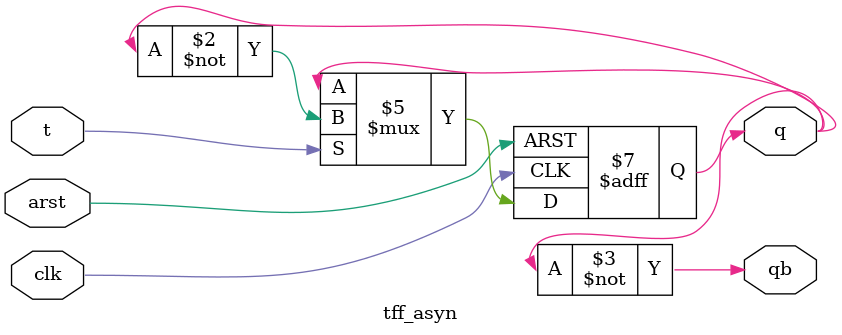
<source format=v>
module tff_asyn (
    input clk,
    input t,
    input arst,
    output reg q,
    output qb
);
    always @(posedge clk or posedge arst) begin
        if (arst) begin
            q <= 0;
        end
        else if (t) begin
            q <= ~q;
        end
        else begin
            q <= q;
        end
    end
    assign qb = ~q;
endmodule
</source>
